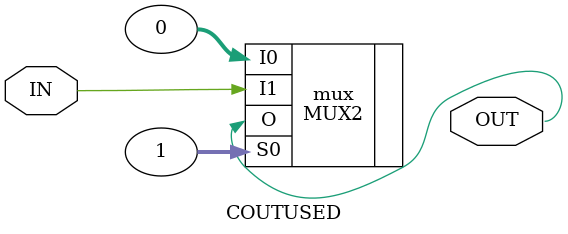
<source format=v>
`include "../../../../../vpr/muxes/logic/mux2/mux2.sim.v"

module COUTUSED(IN, OUT);
	input wire IN;

	parameter S = 1;
	output wire OUT;

	MUX2 mux (
		.I0(0),
		.I1(IN),
		.S0(S),
		.O(OUT)
	);
endmodule

</source>
